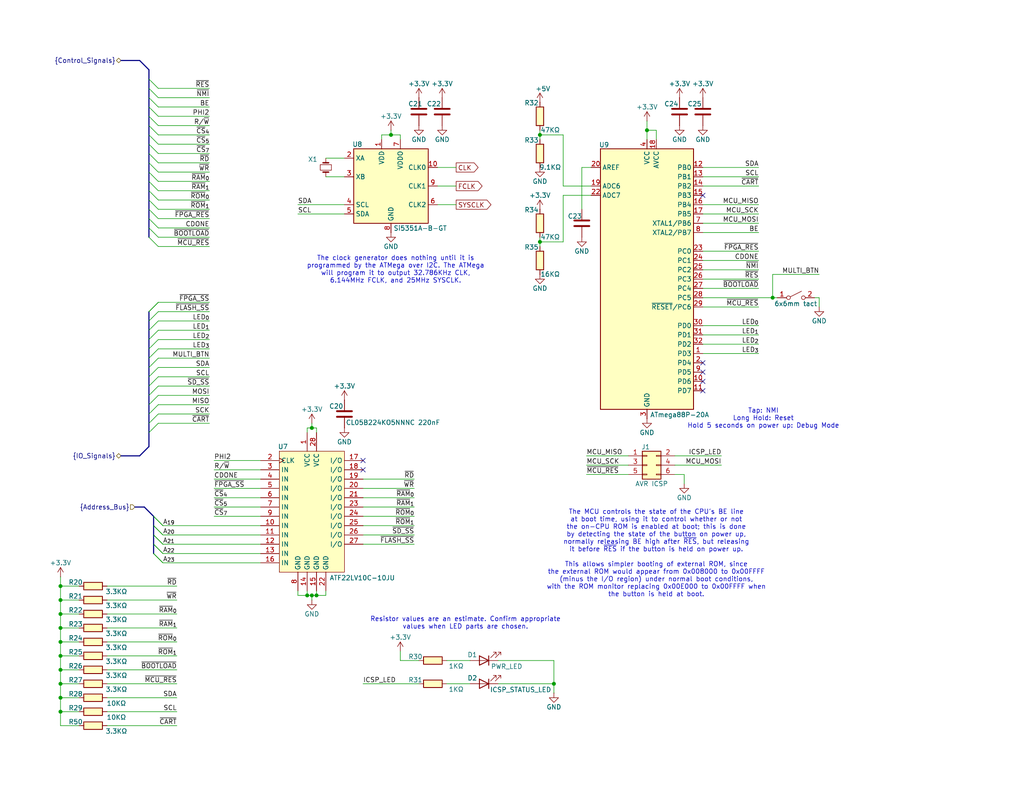
<source format=kicad_sch>
(kicad_sch (version 20231120) (generator "eeschema") (generator_version "8.0")
  (paper "USLetter")
  (lib_symbols
    (symbol "Connector_Generic:Conn_02x03_Odd_Even" (pin_names (offset 1.016) hide)
      (property "Reference" "J" (at 1.27 5.08 0))
      (property "Value" "Conn_02x03_Odd_Even" (at 1.27 -5.08 0))
      (symbol "Conn_02x03_Odd_Even_1_1"
        (rectangle (start -1.27 -2.413) (end 0 -2.667) (stroke (width 0.1524)))
        (rectangle (start -1.27 0.127) (end 0 -0.127) (stroke (width 0.1524)))
        (rectangle (start -1.27 2.667) (end 0 2.413) (stroke (width 0.1524)))
        (rectangle (start -1.27 3.81) (end 3.81 -3.81) (stroke (width 0.254)) (fill (type background)))
        (rectangle (start 3.81 -2.413) (end 2.54 -2.667) (stroke (width 0.1524)))
        (rectangle (start 3.81 0.127) (end 2.54 -0.127) (stroke (width 0.1524)))
        (rectangle (start 3.81 2.667) (end 2.54 2.413) (stroke (width 0.1524)))
        (pin passive line (at -5.08 2.54 0) (length 3.81) (name "Pin_1") (number "1"))
        (pin passive line (at 7.62 2.54 180) (length 3.81) (name "Pin_2") (number "2"))
        (pin passive line (at -5.08 0 0) (length 3.81) (name "Pin_3") (number "3"))
        (pin passive line (at 7.62 0 180) (length 3.81) (name "Pin_4") (number "4"))
        (pin passive line (at -5.08 -2.54 0) (length 3.81) (name "Pin_5") (number "5"))
        (pin passive line (at 7.62 -2.54 180) (length 3.81) (name "Pin_6") (number "6"))
      )
    )
    (symbol "Device:C" (pin_numbers hide) (pin_names (offset 0.254))
      (property "Reference" "C" (at 0.635 2.54 0))
      (property "Value" "C" (at 0.635 -2.54 0))
      (symbol "C_0_1"
        (polyline (pts (xy -2.032 -0.762) (xy 2.032 -0.762)) (stroke (width 0.508)))
        (polyline (pts (xy -2.032 0.762) (xy 2.032 0.762)) (stroke (width 0.508)))
      )
      (symbol "C_1_1"
        (pin passive line (at 0 3.81 270) (length 2.794) (name "~") (number "1"))
        (pin passive line (at 0 -3.81 90) (length 2.794) (name "~") (number "2"))
      )
    )
    (symbol "Device:Crystal_Small" (pin_numbers hide) (pin_names (offset 1.016) hide)
      (property "Reference" "Y" (at 0 2.54 0))
      (property "Value" "Crystal_Small" (at 0 -2.54 0))
      (symbol "Crystal_Small_0_1"
        (rectangle (start -0.762 -1.524) (end 0.762 1.524))
        (polyline (pts (xy -1.27 -0.762) (xy -1.27 0.762)) (stroke (width 0.381)))
        (polyline (pts (xy 1.27 -0.762) (xy 1.27 0.762)) (stroke (width 0.381)))
      )
      (symbol "Crystal_Small_1_1"
        (pin passive line (at -2.54 0 0) (length 1.27) (name "1") (number "1"))
        (pin passive line (at 2.54 0 180) (length 1.27) (name "2") (number "2"))
      )
    )
    (symbol "Device:LED" (pin_numbers hide) (pin_names (offset 1.016) hide)
      (property "Reference" "D" (at 0 2.54 0))
      (property "Value" "LED" (at 0 -2.54 0))
      (symbol "LED_0_1"
        (polyline (pts (xy -1.27 -1.27) (xy -1.27 1.27)) (stroke (width 0.254)))
        (polyline (pts (xy -1.27 0) (xy 1.27 0)))
        (polyline (pts (xy 1.27 -1.27) (xy 1.27 1.27) (xy -1.27 0) (xy 1.27 -1.27)) (stroke (width 0.254)))
        (polyline (pts (xy -3.048 -0.762) (xy -4.572 -2.286) (xy -3.81 -2.286) (xy -4.572 -2.286) (xy -4.572 -1.524)))
        (polyline (pts (xy -1.778 -0.762) (xy -3.302 -2.286) (xy -2.54 -2.286) (xy -3.302 -2.286) (xy -3.302 -1.524)))
      )
      (symbol "LED_1_1"
        (pin passive line (at -3.81 0 0) (length 2.54) (name "K") (number "1"))
        (pin passive line (at 3.81 0 180) (length 2.54) (name "A") (number "2"))
      )
    )
    (symbol "Device:R" (pin_numbers hide) (pin_names (offset 0))
      (property "Reference" "R" (at 2.032 0 90))
      (property "Value" "R" (at 0 0 90))
      (symbol "R_1_1"
        (rectangle (start -1.016 2.54) (end 1.016 -2.54) (stroke (width 0.254)) (fill (type background)))
        (pin passive line (at 0 3.81 270) (length 1.27) (name "~") (number "1"))
        (pin passive line (at 0 -3.81 90) (length 1.27) (name "~") (number "2"))
      )
    )
    (symbol "MCU_Microchip_ATmega:ATmega88P-20A"
      (property "Reference" "U" (at -12.7 36.83 0))
      (property "Value" "ATmega88P-20A" (at 2.54 -36.83 0))
      (symbol "ATmega88P-20A_0_1"
        (rectangle (start -12.7 -35.56) (end 12.7 35.56) (stroke (width 0.254)) (fill (type background)))
      )
      (symbol "ATmega88P-20A_1_1"
        (pin bidirectional line (at 15.24 -20.32 180) (length 2.54) (name "PD3") (number "1"))
        (pin bidirectional line (at 15.24 -27.94 180) (length 2.54) (name "PD6") (number "10"))
        (pin bidirectional line (at 15.24 -30.48 180) (length 2.54) (name "PD7") (number "11"))
        (pin bidirectional line (at 15.24 30.48 180) (length 2.54) (name "PB0") (number "12"))
        (pin bidirectional line (at 15.24 27.94 180) (length 2.54) (name "PB1") (number "13"))
        (pin bidirectional line (at 15.24 25.4 180) (length 2.54) (name "PB2") (number "14"))
        (pin bidirectional line (at 15.24 22.86 180) (length 2.54) (name "PB3") (number "15"))
        (pin bidirectional line (at 15.24 20.32 180) (length 2.54) (name "PB4") (number "16"))
        (pin bidirectional line (at 15.24 17.78 180) (length 2.54) (name "PB5") (number "17"))
        (pin power_in line (at 2.54 38.1 270) (length 2.54) (name "AVCC") (number "18"))
        (pin input line (at -15.24 25.4 0) (length 2.54) (name "ADC6") (number "19"))
        (pin bidirectional line (at 15.24 -22.86 180) (length 2.54) (name "PD4") (number "2"))
        (pin passive line (at -15.24 30.48 0) (length 2.54) (name "AREF") (number "20"))
        (pin passive line (at 0 -38.1 90) (length 2.54) hide (name "GND") (number "21"))
        (pin input line (at -15.24 22.86 0) (length 2.54) (name "ADC7") (number "22"))
        (pin bidirectional line (at 15.24 7.62 180) (length 2.54) (name "PC0") (number "23"))
        (pin bidirectional line (at 15.24 5.08 180) (length 2.54) (name "PC1") (number "24"))
        (pin bidirectional line (at 15.24 2.54 180) (length 2.54) (name "PC2") (number "25"))
        (pin bidirectional line (at 15.24 0 180) (length 2.54) (name "PC3") (number "26"))
        (pin bidirectional line (at 15.24 -2.54 180) (length 2.54) (name "PC4") (number "27"))
        (pin bidirectional line (at 15.24 -5.08 180) (length 2.54) (name "PC5") (number "28"))
        (pin bidirectional line (at 15.24 -7.62 180) (length 2.54) (name "~{RESET}/PC6") (number "29"))
        (pin power_in line (at 0 -38.1 90) (length 2.54) (name "GND") (number "3"))
        (pin bidirectional line (at 15.24 -12.7 180) (length 2.54) (name "PD0") (number "30"))
        (pin bidirectional line (at 15.24 -15.24 180) (length 2.54) (name "PD1") (number "31"))
        (pin bidirectional line (at 15.24 -17.78 180) (length 2.54) (name "PD2") (number "32"))
        (pin power_in line (at 0 38.1 270) (length 2.54) (name "VCC") (number "4"))
        (pin passive line (at 0 -38.1 90) (length 2.54) hide (name "GND") (number "5"))
        (pin passive line (at 0 38.1 270) (length 2.54) hide (name "VCC") (number "6"))
        (pin bidirectional line (at 15.24 15.24 180) (length 2.54) (name "XTAL1/PB6") (number "7"))
        (pin bidirectional line (at 15.24 12.7 180) (length 2.54) (name "XTAL2/PB7") (number "8"))
        (pin bidirectional line (at 15.24 -25.4 180) (length 2.54) (name "PD5") (number "9"))
      )
    )
    (symbol "Oscillator:Si5351A-B-GT"
      (property "Reference" "U" (at -8.89 11.43 0))
      (property "Value" "Si5351A-B-GT" (at -12.7 -12.7 0))
      (symbol "Si5351A-B-GT_0_1"
        (rectangle (start -10.16 10.16) (end 10.16 -10.16) (stroke (width 0.254)) (fill (type background)))
      )
      (symbol "Si5351A-B-GT_1_1"
        (pin power_in line (at -2.54 12.7 270) (length 2.54) (name "VDD") (number "1"))
        (pin output line (at 12.7 5.08 180) (length 2.54) (name "CLK0") (number "10"))
        (pin input line (at -12.7 7.62 0) (length 2.54) (name "XA") (number "2"))
        (pin input line (at -12.7 2.54 0) (length 2.54) (name "XB") (number "3"))
        (pin input line (at -12.7 -5.08 0) (length 2.54) (name "SCL") (number "4"))
        (pin bidirectional line (at -12.7 -7.62 0) (length 2.54) (name "SDA") (number "5"))
        (pin output line (at 12.7 -5.08 180) (length 2.54) (name "CLK2") (number "6"))
        (pin power_in line (at 2.54 12.7 270) (length 2.54) (name "VDDO") (number "7"))
        (pin power_in line (at 0 -12.7 90) (length 2.54) (name "GND") (number "8"))
        (pin output line (at 12.7 0 180) (length 2.54) (name "CLK1") (number "9"))
      )
    )
    (symbol "Sentinel 65X - Prototype 4 V2:ATF22LV10C-10JU"
      (property "Reference" "U" (at 0.557 0.7994 0))
      (property "Value" "ATF22LV10C-10JU" (at 10.16 7.62 0))
      (symbol "ATF22LV10C-10JU_1_1"
        (rectangle (start 0 0) (end 17.78 -33.02) (fill (type background)))
        (pin power_in line (at 7.62 5.08 270) (length 5.08) (name "VCC") (number "1"))
        (pin input line (at -5.08 -20.32 0) (length 5.08) (name "IN") (number "10"))
        (pin input line (at -5.08 -22.86 0) (length 5.08) (name "IN") (number "11"))
        (pin input line (at -5.08 -25.4 0) (length 5.08) (name "IN") (number "12"))
        (pin input line (at -5.08 -27.94 0) (length 5.08) (name "IN") (number "13"))
        (pin power_in line (at 7.62 -38.1 90) (length 5.08) (name "GND") (number "14"))
        (pin power_in line (at 10.16 -38.1 90) (length 5.08) (name "GND") (number "15"))
        (pin input line (at -5.08 -30.48 0) (length 5.08) (name "IN") (number "16"))
        (pin bidirectional line (at 22.86 -2.54 180) (length 5.08) (name "I/O") (number "17"))
        (pin bidirectional line (at 22.86 -5.08 180) (length 5.08) (name "I/O") (number "18"))
        (pin bidirectional line (at 22.86 -7.62 180) (length 5.08) (name "I/O") (number "19"))
        (pin input line (at -5.08 -2.54 0) (length 5.08) (name "IN") (number "2") (alternate "CLK" input clock))
        (pin bidirectional line (at 22.86 -10.16 180) (length 5.08) (name "I/O") (number "20"))
        (pin bidirectional line (at 22.86 -12.7 180) (length 5.08) (name "I/O") (number "21"))
        (pin power_in line (at 12.7 -38.1 90) (length 5.08) (name "GND") (number "22"))
        (pin bidirectional line (at 22.86 -15.24 180) (length 5.08) (name "I/O") (number "23"))
        (pin bidirectional line (at 22.86 -17.78 180) (length 5.08) (name "I/O") (number "24"))
        (pin bidirectional line (at 22.86 -20.32 180) (length 5.08) (name "I/O") (number "25"))
        (pin bidirectional line (at 22.86 -22.86 180) (length 5.08) (name "I/O") (number "26"))
        (pin bidirectional line (at 22.86 -25.4 180) (length 5.08) (name "I/O") (number "27"))
        (pin power_in line (at 10.16 5.08 270) (length 5.08) (name "VCC") (number "28"))
        (pin input line (at -5.08 -5.08 0) (length 5.08) (name "IN") (number "3"))
        (pin input line (at -5.08 -7.62 0) (length 5.08) (name "IN") (number "4"))
        (pin input line (at -5.08 -10.16 0) (length 5.08) (name "IN") (number "5"))
        (pin input line (at -5.08 -12.7 0) (length 5.08) (name "IN") (number "6"))
        (pin input line (at -5.08 -15.24 0) (length 5.08) (name "IN") (number "7"))
        (pin power_in line (at 5.08 -38.1 90) (length 5.08) (name "GND") (number "8"))
        (pin input line (at -5.08 -17.78 0) (length 5.08) (name "IN") (number "9"))
      )
    )
    (symbol "Switch:SW_SPST" (pin_names (offset 0) hide)
      (property "Reference" "SW" (at 0 3.175 0))
      (property "Value" "SW_SPST" (at 0 -2.54 0))
      (symbol "SW_SPST_0_0"
        (circle (center -2.032 0) (radius 0.508))
        (polyline (pts (xy -1.524 0.254) (xy 1.524 1.778)))
        (circle (center 2.032 0) (radius 0.508))
      )
      (symbol "SW_SPST_1_1"
        (pin passive line (at -5.08 0 0) (length 2.54) (name "A") (number "1"))
        (pin passive line (at 5.08 0 180) (length 2.54) (name "B") (number "2"))
      )
    )
    (symbol "power:+3.3V" (power) (pin_numbers hide) (pin_names (offset 0) hide)
      (property "Value" "+3.3V" (at 0 3.556 0))
      (symbol "+3.3V_0_1"
        (polyline (pts (xy -0.762 1.27) (xy 0 2.54)))
        (polyline (pts (xy 0 0) (xy 0 2.54)))
        (polyline (pts (xy 0 2.54) (xy 0.762 1.27)))
      )
      (symbol "+3.3V_1_1"
        (pin power_in line (at 0 0 90) (length 0) (name "~") (number "1"))
      )
    )
    (symbol "power:+5V" (power) (pin_numbers hide) (pin_names (offset 0) hide)
      (property "Value" "+5V" (at 0 3.556 0))
      (symbol "+5V_0_1"
        (polyline (pts (xy -0.762 1.27) (xy 0 2.54)))
        (polyline (pts (xy 0 0) (xy 0 2.54)))
        (polyline (pts (xy 0 2.54) (xy 0.762 1.27)))
      )
      (symbol "+5V_1_1"
        (pin power_in line (at 0 0 90) (length 0) (name "~") (number "1"))
      )
    )
    (symbol "power:GND" (power) (pin_numbers hide) (pin_names (offset 0) hide)
      (property "Value" "GND" (at 0 -3.81 0))
      (symbol "GND_0_1"
        (polyline (pts (xy 0 0) (xy 0 -1.27) (xy 1.27 -1.27) (xy 0 -2.54) (xy -1.27 -1.27) (xy 0 -1.27)))
      )
      (symbol "GND_1_1"
        (pin power_in line (at 0 0 270) (length 0) (name "~") (number "1"))
      )
    )
  )
  (junction (at 85.09 162.56))
  (junction (at 16.51 194.31))
  (junction (at 16.51 175.26))
  (junction (at 147.32 66.04))
  (junction (at 83.82 162.56))
  (junction (at 147.32 36.83))
  (junction (at 151.13 186.69))
  (junction (at 106.68 36.83))
  (junction (at 176.53 35.56))
  (junction (at 210.82 81.28))
  (junction (at 16.51 186.69))
  (junction (at 16.51 163.83))
  (junction (at 16.51 190.5))
  (junction (at 16.51 167.64))
  (junction (at 16.51 179.07))
  (junction (at 16.51 171.45))
  (junction (at 16.51 160.02))
  (junction (at 85.09 116.84))
  (junction (at 86.36 162.56))
  (junction (at 16.51 182.88))
  (no_connect (at 99.06 125.73))
  (no_connect (at 191.77 104.14))
  (no_connect (at 191.77 106.68))
  (no_connect (at 191.77 53.34))
  (no_connect (at 99.06 128.27))
  (no_connect (at 191.77 101.6))
  (no_connect (at 191.77 99.06))
  (bus_entry (at 40.64 90.17) (size 2.54 -2.54))
  (bus_entry (at 40.64 57.15) (size 2.54 2.54))
  (bus_entry (at 40.64 39.37) (size 2.54 2.54))
  (bus_entry (at 40.64 115.57) (size 2.54 -2.54))
  (bus_entry (at 40.64 21.59) (size 2.54 2.54))
  (bus_entry (at 40.64 29.21) (size 2.54 2.54))
  (bus_entry (at 40.64 85.09) (size 2.54 -2.54))
  (bus_entry (at 40.64 31.75) (size 2.54 2.54))
  (bus_entry (at 40.64 52.07) (size 2.54 2.54))
  (bus_entry (at 40.64 59.69) (size 2.54 2.54))
  (bus_entry (at 40.64 24.13) (size 2.54 2.54))
  (bus_entry (at 40.64 64.77) (size 2.54 2.54))
  (bus_entry (at 41.91 143.51) (size 2.54 2.54))
  (bus_entry (at 44.45 148.59) (size -2.54 -2.54))
  (bus_entry (at 40.64 49.53) (size 2.54 2.54))
  (bus_entry (at 40.64 118.11) (size 2.54 -2.54))
  (bus_entry (at 40.64 105.41) (size 2.54 -2.54))
  (bus_entry (at 40.64 102.87) (size 2.54 -2.54))
  (bus_entry (at 40.64 34.29) (size 2.54 2.54))
  (bus_entry (at 44.45 146.05) (size -2.54 -2.54))
  (bus_entry (at 40.64 62.23) (size 2.54 2.54))
  (bus_entry (at 44.45 153.67) (size -2.54 -2.54))
  (bus_entry (at 44.45 151.13) (size -2.54 -2.54))
  (bus_entry (at 40.64 54.61) (size 2.54 2.54))
  (bus_entry (at 40.64 113.03) (size 2.54 -2.54))
  (bus_entry (at 41.91 151.13) (size 2.54 2.54))
  (bus_entry (at 40.64 97.79) (size 2.54 -2.54))
  (bus_entry (at 41.91 146.05) (size 2.54 2.54))
  (bus_entry (at 40.64 85.09) (size 2.54 -2.54))
  (bus_entry (at 44.45 143.51) (size -2.54 -2.54))
  (bus_entry (at 40.64 26.67) (size 2.54 2.54))
  (bus_entry (at 40.64 87.63) (size 2.54 -2.54))
  (bus_entry (at 40.64 41.91) (size 2.54 2.54))
  (bus_entry (at 40.64 100.33) (size 2.54 -2.54))
  (bus_entry (at 40.64 44.45) (size 2.54 2.54))
  (bus_entry (at 40.64 110.49) (size 2.54 -2.54))
  (bus_entry (at 40.64 107.95) (size 2.54 -2.54))
  (bus_entry (at 40.64 95.25) (size 2.54 -2.54))
  (bus_entry (at 40.64 46.99) (size 2.54 2.54))
  (bus_entry (at 41.91 140.97) (size 2.54 2.54))
  (bus_entry (at 40.64 36.83) (size 2.54 2.54))
  (bus_entry (at 41.91 148.59) (size 2.54 2.54))
  (bus_entry (at 40.64 92.71) (size 2.54 -2.54))
  (bus (pts (xy 40.64 24.13) (xy 40.64 26.67)))
  (wire (pts (xy 16.51 186.69) (xy 16.51 190.5)))
  (wire (pts (xy 104.14 36.83) (xy 106.68 36.83)))
  (wire (pts (xy 43.18 105.41) (xy 57.15 105.41)))
  (bus (pts (xy 40.64 46.99) (xy 40.64 49.53)))
  (wire (pts (xy 43.18 115.57) (xy 57.15 115.57)))
  (bus (pts (xy 40.64 31.75) (xy 40.64 34.29)))
  (wire (pts (xy 113.03 146.05) (xy 99.06 146.05)))
  (bus (pts (xy 41.91 140.97) (xy 41.91 143.51)))
  (wire (pts (xy 153.67 53.34) (xy 161.29 53.34)))
  (wire (pts (xy 43.18 62.23) (xy 57.15 62.23)))
  (bus (pts (xy 40.64 21.59) (xy 40.64 24.13)))
  (bus (pts (xy 40.64 49.53) (xy 40.64 52.07)))
  (wire (pts (xy 83.82 116.84) (xy 85.09 116.84)))
  (wire (pts (xy 16.51 190.5) (xy 16.51 194.31)))
  (wire (pts (xy 207.01 71.12) (xy 191.77 71.12)))
  (wire (pts (xy 176.53 35.56) (xy 176.53 38.1)))
  (wire (pts (xy 124.46 55.88) (xy 119.38 55.88)))
  (wire (pts (xy 58.42 138.43) (xy 71.12 138.43)))
  (wire (pts (xy 160.02 127) (xy 171.45 127)))
  (bus (pts (xy 40.64 29.21) (xy 40.64 31.75)))
  (wire (pts (xy 43.18 44.45) (xy 57.15 44.45)))
  (bus (pts (xy 40.64 107.95) (xy 40.64 110.49)))
  (wire (pts (xy 191.77 96.52) (xy 207.01 96.52)))
  (wire (pts (xy 43.18 39.37) (xy 57.15 39.37)))
  (wire (pts (xy 43.18 90.17) (xy 57.15 90.17)))
  (wire (pts (xy 43.18 102.87) (xy 57.15 102.87)))
  (wire (pts (xy 176.53 33.02) (xy 176.53 35.56)))
  (wire (pts (xy 16.51 163.83) (xy 16.51 167.64)))
  (bus (pts (xy 40.64 44.45) (xy 40.64 46.99)))
  (wire (pts (xy 222.25 81.28) (xy 223.52 81.28)))
  (wire (pts (xy 147.32 66.04) (xy 147.32 67.31)))
  (wire (pts (xy 48.26 182.88) (xy 29.21 182.88)))
  (bus (pts (xy 40.64 41.91) (xy 40.64 44.45)))
  (wire (pts (xy 147.32 36.83) (xy 147.32 38.1)))
  (wire (pts (xy 135.89 180.34) (xy 151.13 180.34)))
  (bus (pts (xy 33.02 16.51) (xy 38.1 16.51)))
  (wire (pts (xy 58.42 130.81) (xy 71.12 130.81)))
  (wire (pts (xy 58.42 128.27) (xy 71.12 128.27)))
  (wire (pts (xy 210.82 74.93) (xy 210.82 81.28)))
  (wire (pts (xy 58.42 140.97) (xy 71.12 140.97)))
  (wire (pts (xy 113.03 130.81) (xy 99.06 130.81)))
  (wire (pts (xy 153.67 50.8) (xy 161.29 50.8)))
  (bus (pts (xy 40.64 118.11) (xy 40.64 121.92)))
  (wire (pts (xy 207.01 73.66) (xy 191.77 73.66)))
  (wire (pts (xy 210.82 81.28) (xy 212.09 81.28)))
  (wire (pts (xy 210.82 74.93) (xy 223.52 74.93)))
  (wire (pts (xy 86.36 116.84) (xy 86.36 118.11)))
  (bus (pts (xy 40.64 87.63) (xy 40.64 90.17)))
  (wire (pts (xy 43.18 31.75) (xy 57.15 31.75)))
  (wire (pts (xy 179.07 35.56) (xy 179.07 38.1)))
  (wire (pts (xy 58.42 125.73) (xy 71.12 125.73)))
  (bus (pts (xy 40.64 34.29) (xy 40.64 36.83)))
  (bus (pts (xy 40.64 85.09) (xy 40.64 87.63)))
  (wire (pts (xy 43.18 85.09) (xy 57.15 85.09)))
  (bus (pts (xy 40.64 105.41) (xy 40.64 107.95)))
  (bus (pts (xy 40.64 26.67) (xy 40.64 29.21)))
  (wire (pts (xy 43.18 24.13) (xy 57.15 24.13)))
  (wire (pts (xy 191.77 55.88) (xy 207.01 55.88)))
  (wire (pts (xy 44.45 146.05) (xy 71.12 146.05)))
  (wire (pts (xy 48.26 160.02) (xy 29.21 160.02)))
  (wire (pts (xy 43.18 113.03) (xy 57.15 113.03)))
  (wire (pts (xy 43.18 54.61) (xy 57.15 54.61)))
  (wire (pts (xy 43.18 59.69) (xy 57.15 59.69)))
  (wire (pts (xy 16.51 171.45) (xy 16.51 175.26)))
  (wire (pts (xy 184.15 129.54) (xy 186.69 129.54)))
  (bus (pts (xy 40.64 110.49) (xy 40.64 113.03)))
  (wire (pts (xy 43.18 52.07) (xy 57.15 52.07)))
  (wire (pts (xy 81.28 162.56) (xy 83.82 162.56)))
  (wire (pts (xy 86.36 161.29) (xy 86.36 162.56)))
  (wire (pts (xy 113.03 138.43) (xy 99.06 138.43)))
  (wire (pts (xy 85.09 162.56) (xy 85.09 163.83)))
  (wire (pts (xy 43.18 82.55) (xy 57.15 82.55)))
  (wire (pts (xy 88.9 161.29) (xy 88.9 162.56)))
  (wire (pts (xy 58.42 135.89) (xy 71.12 135.89)))
  (wire (pts (xy 44.45 151.13) (xy 71.12 151.13)))
  (wire (pts (xy 43.18 95.25) (xy 57.15 95.25)))
  (wire (pts (xy 16.51 163.83) (xy 21.59 163.83)))
  (wire (pts (xy 113.03 143.51) (xy 99.06 143.51)))
  (wire (pts (xy 121.92 180.34) (xy 128.27 180.34)))
  (bus (pts (xy 38.1 124.46) (xy 40.64 121.92)))
  (bus (pts (xy 40.64 57.15) (xy 40.64 59.69)))
  (wire (pts (xy 43.18 97.79) (xy 57.15 97.79)))
  (wire (pts (xy 184.15 127) (xy 196.85 127)))
  (bus (pts (xy 40.64 113.03) (xy 40.64 115.57)))
  (wire (pts (xy 158.75 45.72) (xy 158.75 57.15)))
  (wire (pts (xy 16.51 179.07) (xy 16.51 182.88)))
  (wire (pts (xy 176.53 35.56) (xy 179.07 35.56)))
  (wire (pts (xy 43.18 110.49) (xy 57.15 110.49)))
  (wire (pts (xy 16.51 179.07) (xy 21.59 179.07)))
  (wire (pts (xy 207.01 83.82) (xy 191.77 83.82)))
  (bus (pts (xy 40.64 39.37) (xy 40.64 41.91)))
  (wire (pts (xy 109.22 180.34) (xy 114.3 180.34)))
  (wire (pts (xy 16.51 175.26) (xy 16.51 179.07)))
  (bus (pts (xy 41.91 148.59) (xy 41.91 151.13)))
  (wire (pts (xy 16.51 167.64) (xy 16.51 171.45)))
  (wire (pts (xy 48.26 186.69) (xy 29.21 186.69)))
  (bus (pts (xy 41.91 146.05) (xy 41.91 148.59)))
  (wire (pts (xy 191.77 93.98) (xy 207.01 93.98)))
  (wire (pts (xy 81.28 58.42) (xy 93.98 58.42)))
  (wire (pts (xy 83.82 162.56) (xy 85.09 162.56)))
  (wire (pts (xy 191.77 60.96) (xy 207.01 60.96)))
  (bus (pts (xy 36.83 138.43) (xy 39.37 138.43)))
  (wire (pts (xy 191.77 88.9) (xy 207.01 88.9)))
  (wire (pts (xy 81.28 161.29) (xy 81.28 162.56)))
  (wire (pts (xy 16.51 160.02) (xy 16.51 163.83)))
  (wire (pts (xy 86.36 162.56) (xy 88.9 162.56)))
  (wire (pts (xy 16.51 182.88) (xy 16.51 186.69)))
  (wire (pts (xy 16.51 186.69) (xy 21.59 186.69)))
  (wire (pts (xy 16.51 167.64) (xy 21.59 167.64)))
  (wire (pts (xy 16.51 190.5) (xy 21.59 190.5)))
  (wire (pts (xy 43.18 64.77) (xy 57.15 64.77)))
  (wire (pts (xy 113.03 148.59) (xy 99.06 148.59)))
  (wire (pts (xy 83.82 161.29) (xy 83.82 162.56)))
  (wire (pts (xy 48.26 171.45) (xy 29.21 171.45)))
  (wire (pts (xy 121.92 186.69) (xy 128.27 186.69)))
  (wire (pts (xy 48.26 163.83) (xy 29.21 163.83)))
  (wire (pts (xy 158.75 45.72) (xy 161.29 45.72)))
  (wire (pts (xy 85.09 116.84) (xy 86.36 116.84)))
  (wire (pts (xy 207.01 68.58) (xy 191.77 68.58)))
  (wire (pts (xy 48.26 198.12) (xy 29.21 198.12)))
  (wire (pts (xy 160.02 129.54) (xy 171.45 129.54)))
  (wire (pts (xy 88.9 48.26) (xy 93.98 48.26)))
  (wire (pts (xy 153.67 36.83) (xy 153.67 50.8)))
  (wire (pts (xy 186.69 129.54) (xy 186.69 132.08)))
  (wire (pts (xy 48.26 179.07) (xy 29.21 179.07)))
  (bus (pts (xy 40.64 100.33) (xy 40.64 102.87)))
  (bus (pts (xy 40.64 90.17) (xy 40.64 92.71)))
  (wire (pts (xy 85.09 115.57) (xy 85.09 116.84)))
  (wire (pts (xy 88.9 43.18) (xy 93.98 43.18)))
  (bus (pts (xy 40.64 62.23) (xy 40.64 64.77)))
  (bus (pts (xy 40.64 97.79) (xy 40.64 100.33)))
  (wire (pts (xy 147.32 35.56) (xy 147.32 36.83)))
  (wire (pts (xy 160.02 124.46) (xy 171.45 124.46)))
  (wire (pts (xy 16.51 175.26) (xy 21.59 175.26)))
  (wire (pts (xy 43.18 26.67) (xy 57.15 26.67)))
  (wire (pts (xy 43.18 46.99) (xy 57.15 46.99)))
  (wire (pts (xy 191.77 91.44) (xy 207.01 91.44)))
  (wire (pts (xy 48.26 175.26) (xy 29.21 175.26)))
  (wire (pts (xy 113.03 133.35) (xy 99.06 133.35)))
  (wire (pts (xy 135.89 186.69) (xy 151.13 186.69)))
  (wire (pts (xy 207.01 63.5) (xy 191.77 63.5)))
  (bus (pts (xy 40.64 54.61) (xy 40.64 57.15)))
  (wire (pts (xy 113.03 140.97) (xy 99.06 140.97)))
  (wire (pts (xy 153.67 53.34) (xy 153.67 66.04)))
  (wire (pts (xy 207.01 48.26) (xy 191.77 48.26)))
  (wire (pts (xy 147.32 64.77) (xy 147.32 66.04)))
  (bus (pts (xy 40.64 102.87) (xy 40.64 105.41)))
  (wire (pts (xy 43.18 49.53) (xy 57.15 49.53)))
  (wire (pts (xy 147.32 66.04) (xy 153.67 66.04)))
  (wire (pts (xy 16.51 157.48) (xy 16.51 160.02)))
  (bus (pts (xy 40.64 59.69) (xy 40.64 62.23)))
  (wire (pts (xy 43.18 87.63) (xy 57.15 87.63)))
  (wire (pts (xy 104.14 36.83) (xy 104.14 38.1)))
  (wire (pts (xy 43.18 29.21) (xy 57.15 29.21)))
  (wire (pts (xy 151.13 186.69) (xy 151.13 189.23)))
  (wire (pts (xy 81.28 55.88) (xy 93.98 55.88)))
  (wire (pts (xy 124.46 45.72) (xy 119.38 45.72)))
  (wire (pts (xy 44.45 148.59) (xy 71.12 148.59)))
  (wire (pts (xy 16.51 182.88) (xy 21.59 182.88)))
  (wire (pts (xy 16.51 198.12) (xy 21.59 198.12)))
  (bus (pts (xy 40.64 95.25) (xy 40.64 97.79)))
  (wire (pts (xy 207.01 76.2) (xy 191.77 76.2)))
  (wire (pts (xy 48.26 190.5) (xy 29.21 190.5)))
  (wire (pts (xy 16.51 194.31) (xy 16.51 198.12)))
  (bus (pts (xy 40.64 52.07) (xy 40.64 54.61)))
  (wire (pts (xy 207.01 58.42) (xy 191.77 58.42)))
  (bus (pts (xy 39.37 138.43) (xy 41.91 140.97)))
  (wire (pts (xy 44.45 143.51) (xy 71.12 143.51)))
  (bus (pts (xy 40.64 115.57) (xy 40.64 118.11)))
  (wire (pts (xy 16.51 194.31) (xy 21.59 194.31)))
  (wire (pts (xy 58.42 133.35) (xy 71.12 133.35)))
  (wire (pts (xy 191.77 81.28) (xy 210.82 81.28)))
  (wire (pts (xy 16.51 171.45) (xy 21.59 171.45)))
  (wire (pts (xy 109.22 36.83) (xy 109.22 38.1)))
  (bus (pts (xy 40.64 36.83) (xy 40.64 39.37)))
  (wire (pts (xy 43.18 41.91) (xy 57.15 41.91)))
  (wire (pts (xy 44.45 153.67) (xy 71.12 153.67)))
  (wire (pts (xy 124.46 50.8) (xy 119.38 50.8)))
  (bus (pts (xy 40.64 19.05) (xy 40.64 21.59)))
  (wire (pts (xy 85.09 162.56) (xy 86.36 162.56)))
  (wire (pts (xy 147.32 36.83) (xy 153.67 36.83)))
  (wire (pts (xy 43.18 34.29) (xy 57.15 34.29)))
  (bus (pts (xy 38.1 16.51) (xy 40.64 19.05)))
  (wire (pts (xy 48.26 194.31) (xy 29.21 194.31)))
  (wire (pts (xy 106.68 35.56) (xy 106.68 36.83)))
  (wire (pts (xy 16.51 160.02) (xy 21.59 160.02)))
  (bus (pts (xy 40.64 92.71) (xy 40.64 95.25)))
  (wire (pts (xy 151.13 180.34) (xy 151.13 186.69)))
  (wire (pts (xy 99.06 186.69) (xy 114.3 186.69)))
  (wire (pts (xy 43.18 107.95) (xy 57.15 107.95)))
  (wire (pts (xy 109.22 177.8) (xy 109.22 180.34)))
  (bus (pts (xy 33.02 124.46) (xy 38.1 124.46)))
  (wire (pts (xy 43.18 36.83) (xy 57.15 36.83)))
  (wire (pts (xy 207.01 45.72) (xy 191.77 45.72)))
  (wire (pts (xy 106.68 36.83) (xy 109.22 36.83)))
  (wire (pts (xy 207.01 78.74) (xy 191.77 78.74)))
  (wire (pts (xy 113.03 135.89) (xy 99.06 135.89)))
  (bus (pts (xy 41.91 143.51) (xy 41.91 146.05)))
  (wire (pts (xy 48.26 167.64) (xy 29.21 167.64)))
  (wire (pts (xy 184.15 124.46) (xy 196.85 124.46)))
  (wire (pts (xy 43.18 67.31) (xy 57.15 67.31)))
  (wire (pts (xy 43.18 57.15) (xy 57.15 57.15)))
  (wire (pts (xy 207.01 50.8) (xy 191.77 50.8)))
  (wire (pts (xy 223.52 81.28) (xy 223.52 83.82)))
  (wire (pts (xy 83.82 116.84) (xy 83.82 118.11)))
  (wire (pts (xy 43.18 92.71) (xy 57.15 92.71)))
  (wire (pts (xy 43.18 100.33) (xy 57.15 100.33)))
  (text "Tap: NMI\nLong Hold: Reset\nHold 5 seconds on power up: Debug Mode" (at 208.28 114.3 0) (effects (font (size 1.27 1.27))))
  (text "The MCU controls the state of the CPU's BE line\nat boot time, using it to control whether or not\nthe on-CPU ROM is enabled at boot; this is done\nby detecting the state of the button on power up,\nnormally releasing BE high after ~{RES}, but releasing\nit before ~{RES} if the button is held on power up.\n\nThis allows simpler booting of external ROM, since\nthe external ROM would appear from 0x008000 to 0x00FFFF\n(minus the I/O region) under normal boot conditions,\nwith the ROM monitor replacing 0x00E000 to 0x00FFFF when\nthe button is held at boot." (at 179.07 151.13 0) (effects (font (size 1.27 1.27))))
  (text "The clock generator does nothing until it is\nprogrammed by the ATMega over I2C. The ATMega\nwill program it to output 32.786KHz CLK,\n6.144MHz FCLK, and 25MHz SYSCLK." (at 107.95 73.66 0) (effects (font (size 1.27 1.27))))
  (text "Resistor values are an estimate. Confirm appropriate\nvalues when LED parts are chosen." (at 127 170.18 0) (effects (font (size 1.27 1.27))))
  (label "~{WR}" (at 57.15 46.99 180))
  (label "LED_{1}" (at 207.01 91.44 180))
  (label "~{FPGA_SS}" (at 57.15 82.55 180))
  (label "LED_{1}" (at 57.15 90.17 180))
  (label "~{FPGA_SS}" (at 58.42 133.35 0))
  (label "SDA" (at 48.26 190.5 180))
  (label "MCU_SCK" (at 160.02 127 0))
  (label "~{BOOTLOAD}" (at 57.15 64.77 180))
  (label "ICSP_LED" (at 99.06 186.69 0))
  (label "~{CS}_{4}" (at 57.15 36.83 180))
  (label "LED_{3}" (at 207.01 96.52 180))
  (label "~{RAM}_{0}" (at 48.26 167.64 180))
  (label "~{SD_SS}" (at 113.03 146.05 180))
  (label "~{WR}" (at 113.03 133.35 180))
  (label "MISO" (at 57.15 110.49 180))
  (label "~{CS}_{5}" (at 58.42 138.43 0))
  (label "LED_{2}" (at 207.01 93.98 180))
  (label "A_{20}" (at 44.45 146.05 0))
  (label "~{ROM}_{1}" (at 48.26 179.07 180))
  (label "~{BOOTLOAD}" (at 48.26 182.88 180))
  (label "~{ROM}_{0}" (at 57.15 54.61 180))
  (label "MOSI" (at 57.15 107.95 180))
  (label "~{MCU_RES}" (at 48.26 186.69 180))
  (label "~{ROM}_{0}" (at 48.26 175.26 180))
  (label "~{FLASH_SS}" (at 113.03 148.59 180))
  (label "~{FLASH_SS}" (at 57.15 85.09 180))
  (label "SCL" (at 57.15 102.87 180))
  (label "~{CS}_{7}" (at 58.42 140.97 0))
  (label "SDA" (at 207.01 45.72 180))
  (label "~{FPGA_RES}" (at 57.15 59.69 180))
  (label "~{CART}" (at 48.26 198.12 180))
  (label "MCU_MOSI" (at 196.85 127 180))
  (label "SDA" (at 57.15 100.33 180))
  (label "~{CART}" (at 207.01 50.8 180))
  (label "MCU_MOSI" (at 207.01 60.96 180))
  (label "R{slash}~{W}" (at 58.42 128.27 0))
  (label "MCU_MISO" (at 207.01 55.88 180))
  (label "SCL" (at 207.01 48.26 180))
  (label "A_{22}" (at 44.45 151.13 0))
  (label "PHI2" (at 57.15 31.75 180))
  (label "~{WR}" (at 48.26 163.83 180))
  (label "SDA" (at 81.28 55.88 0))
  (label "~{ROM}_{1}" (at 113.03 143.51 180))
  (label "~{RAM}_{1}" (at 113.03 138.43 180))
  (label "~{RES}" (at 207.01 76.2 180))
  (label "~{RD}" (at 113.03 130.81 180))
  (label "~{MCU_RES}" (at 57.15 67.31 180))
  (label "~{RD}" (at 48.26 160.02 180))
  (label "CDONE" (at 207.01 71.12 180))
  (label "A_{23}" (at 44.45 153.67 0))
  (label "~{NMI}" (at 207.01 73.66 180))
  (label "LED_{0}" (at 57.15 87.63 180))
  (label "BE" (at 207.01 63.5 180))
  (label "~{CS}_{4}" (at 58.42 135.89 0))
  (label "A_{21}" (at 44.45 148.59 0))
  (label "PHI2" (at 58.42 125.73 0))
  (label "~{RES}" (at 57.15 24.13 180))
  (label "~{CART}" (at 57.15 115.57 180))
  (label "A_{19}" (at 44.45 143.51 0))
  (label "CDONE" (at 57.15 62.23 180))
  (label "~{NMI}" (at 57.15 26.67 180))
  (label "SCL" (at 81.28 58.42 0))
  (label "~{RAM}_{1}" (at 57.15 52.07 180))
  (label "SCK" (at 57.15 113.03 180))
  (label "~{CS}_{5}" (at 57.15 39.37 180))
  (label "~{RD}" (at 57.15 44.45 180))
  (label "CDONE" (at 58.42 130.81 0))
  (label "~{BOOTLOAD}" (at 207.01 78.74 180))
  (label "~{RAM}_{1}" (at 48.26 171.45 180))
  (label "LED_{2}" (at 57.15 92.71 180))
  (label "~{SD_SS}" (at 57.15 105.41 180))
  (label "LED_{3}" (at 57.15 95.25 180))
  (label "R{slash}~{W}" (at 57.15 34.29 180))
  (label "MULTI_BTN" (at 57.15 97.79 180))
  (label "SCL" (at 48.26 194.31 180))
  (label "MCU_MISO" (at 160.02 124.46 0))
  (label "~{ROM}_{1}" (at 57.15 57.15 180))
  (label "~{RAM}_{0}" (at 113.03 135.89 180))
  (label "~{FPGA_RES}" (at 207.01 68.58 180))
  (label "MCU_SCK" (at 207.01 58.42 180))
  (label "MULTI_BTN" (at 223.52 74.93 180))
  (label "~{CS}_{7}" (at 57.15 41.91 180))
  (label "LED_{0}" (at 207.01 88.9 180))
  (label "~{RAM}_{0}" (at 57.15 49.53 180))
  (label "~{ROM}_{0}" (at 113.03 140.97 180))
  (label "BE" (at 57.15 29.21 180))
  (label "~{MCU_RES}" (at 160.02 129.54 0))
  (label "ICSP_LED" (at 196.85 124.46 180))
  (label "~{MCU_RES}" (at 207.01 83.82 180))
  (global_label "FCLK" (shape output) (at 124.46 50.8 0) (property "Intersheetrefs" "${INTERSHEET_REFS}" (effects (hide yes))))
  (global_label "CLK" (shape output) (at 124.46 45.72 0) (property "Intersheetrefs" "${INTERSHEET_REFS}" (effects (hide yes))))
  (global_label "SYSCLK" (shape output) (at 124.46 55.88 0) (property "Intersheetrefs" "${INTERSHEET_REFS}" (effects (hide yes))))
  (hierarchical_label "{IO_Signals}" (shape bidirectional) (at 33.02 124.46 180))
  (hierarchical_label "{Control_Signals}" (shape bidirectional) (at 33.02 16.51 180))
  (hierarchical_label "{Address_Bus}" (shape input) (at 36.83 138.43 180))
  (symbol (lib_id "power:+3.3V") (at 93.98 109.22 0) (unit 1)
    (property "Reference" "#PWR057" (effects (hide yes)))
    (property "Value" "+3.3V" (at 93.98 105.41 0))
    (property "Description" "Power symbol creates a global label with name \"+3.3V\"" (effects (hide yes)))
  )
  (symbol (lib_id "power:GND") (at 176.53 114.3 0) (unit 1)
    (property "Reference" "#PWR073" (effects (hide yes)))
    (property "Value" "GND" (at 176.53 118.11 0))
    (property "Description" "Power symbol creates a global label with name \"GND\" , ground" (effects (hide yes)))
  )
  (symbol (lib_id "Device:R") (at 25.4 175.26 90) (unit 1)
    (property "Reference" "R24" (at 20.6444 174.2182 90))
    (property "Value" "3.3KΩ" (at 31.7631 176.7861 90))
    (property "Footprint" "Resistor_SMD:R_0402_1005Metric" (effects (hide yes)))
    (property "Description" "Resistor" (effects (hide yes)))
  )
  (symbol (lib_id "Device:R") (at 25.4 182.88 90) (unit 1)
    (property "Reference" "R26" (at 20.6444 181.8382 90))
    (property "Value" "3.3KΩ" (at 31.7631 184.4061 90))
    (property "Footprint" "Resistor_SMD:R_0402_1005Metric" (effects (hide yes)))
    (property "Description" "Resistor" (effects (hide yes)))
  )
  (symbol (lib_id "Device:C") (at 120.65 30.48 0) (unit 1)
    (property "Reference" "C22" (at 116.454 28.3648 0) (effects (justify left)))
    (property "Value" "CL05A106MQ5NUNC" (effects (hide yes)))
    (property "Footprint" "Capacitor_SMD:C_0402_1005Metric" (effects (hide yes)))
    (property "Description" "Unpolarized capacitor" (effects (hide yes)))
  )
  (symbol (lib_id "Device:R") (at 147.32 60.96 0) (unit 1)
    (property "Reference" "R34" (at 145.0265 57.3184 0))
    (property "Value" "47KΩ" (at 150.1309 64.7126 0))
    (property "Footprint" "Resistor_SMD:R_0402_1005Metric" (effects (hide yes)))
    (property "Description" "Resistor" (effects (hide yes)))
  )
  (symbol (lib_id "Device:C") (at 191.77 30.48 0) (unit 1)
    (property "Reference" "C25" (at 187.574 28.3648 0) (effects (justify left)))
    (property "Value" "CL05A106MQ5NUNC" (effects (hide yes)))
    (property "Footprint" "Capacitor_SMD:C_0402_1005Metric" (effects (hide yes)))
    (property "Description" "Unpolarized capacitor" (effects (hide yes)))
  )
  (symbol (lib_id "Device:R") (at 25.4 167.64 90) (unit 1)
    (property "Reference" "R22" (at 20.6444 166.5982 90))
    (property "Value" "3.3KΩ" (at 31.7631 169.1661 90))
    (property "Footprint" "Resistor_SMD:R_0402_1005Metric" (effects (hide yes)))
    (property "Description" "Resistor" (effects (hide yes)))
  )
  (symbol (lib_id "power:GND") (at 186.69 132.08 0) (unit 1)
    (property "Reference" "#PWR076" (effects (hide yes)))
    (property "Value" "GND" (at 186.69 135.89 0))
    (property "Description" "Power symbol creates a global label with name \"GND\" , ground" (effects (hide yes)))
  )
  (symbol (lib_id "power:+5V") (at 147.32 27.94 0) (unit 1)
    (property "Reference" "#PWR066" (effects (hide yes)))
    (property "Value" "+5V" (at 148.1444 24.2328 0))
    (property "Description" "Power symbol creates a global label with name \"+5V\"" (effects (hide yes)))
  )
  (symbol (lib_id "power:GND") (at 223.52 83.82 0) (unit 1)
    (property "Reference" "#PWR079" (effects (hide yes)))
    (property "Value" "GND" (at 223.52 87.63 0))
    (property "Description" "Power symbol creates a global label with name \"GND\" , ground" (effects (hide yes)))
  )
  (symbol (lib_id "power:GND") (at 85.09 163.83 0) (unit 1)
    (property "Reference" "#PWR056" (effects (hide yes)))
    (property "Value" "GND" (at 85.09 167.64 0))
    (property "Description" "Power symbol creates a global label with name \"GND\" , ground" (effects (hide yes)))
  )
  (symbol (lib_id "power:+3.3V") (at 191.77 26.67 0) (unit 1)
    (property "Reference" "#PWR077" (effects (hide yes)))
    (property "Value" "+3.3V" (at 191.77 22.86 0))
    (property "Description" "Power symbol creates a global label with name \"+3.3V\"" (effects (hide yes)))
  )
  (symbol (lib_id "Device:C") (at 185.42 30.48 0) (unit 1)
    (property "Reference" "C24" (at 181.224 28.3648 0) (effects (justify left)))
    (property "Value" "CL05A106MQ5NUNC" (effects (hide yes)))
    (property "Footprint" "Capacitor_SMD:C_0402_1005Metric" (effects (hide yes)))
    (property "Description" "Unpolarized capacitor" (effects (hide yes)))
  )
  (symbol (lib_id "power:+3.3V") (at 176.53 33.02 0) (unit 1)
    (property "Reference" "#PWR072" (effects (hide yes)))
    (property "Value" "+3.3V" (at 176.53 29.21 0))
    (property "Description" "Power symbol creates a global label with name \"+3.3V\"" (effects (hide yes)))
  )
  (symbol (lib_id "power:GND") (at 93.98 116.84 0) (unit 1)
    (property "Reference" "#PWR058" (effects (hide yes)))
    (property "Value" "GND" (at 93.98 120.65 0))
    (property "Description" "Power symbol creates a global label with name \"GND\" , ground" (effects (hide yes)))
  )
  (symbol (lib_id "power:GND") (at 158.75 64.77 0) (unit 1)
    (property "Reference" "#PWR071" (effects (hide yes)))
    (property "Value" "GND" (at 158.75 68.58 0))
    (property "Description" "Power symbol creates a global label with name \"GND\" , ground" (effects (hide yes)))
  )
  (symbol (lib_id "Device:LED") (at 132.08 180.34 180) (unit 1)
    (property "Reference" "D1" (at 128.8756 178.7676 0))
    (property "Value" "PWR_LED" (at 138.2523 181.9577 0))
    (property "Footprint" "LED_THT:LED_D3.0mm" (effects (hide yes)))
    (property "Description" "Light emitting diode" (effects (hide yes)))
  )
  (symbol (lib_id "Device:R") (at 25.4 198.12 90) (unit 1)
    (property "Reference" "R50" (at 20.6444 197.0782 90))
    (property "Value" "3.3KΩ" (at 31.7631 199.6461 90))
    (property "Footprint" "Resistor_SMD:R_0402_1005Metric" (effects (hide yes)))
    (property "Description" "Resistor" (effects (hide yes)))
  )
  (symbol (lib_id "Switch:SW_SPST") (at 217.17 81.28 0) (unit 1)
    (property "Reference" "SW1" (effects (hide yes)))
    (property "Value" "6x6mm tact" (at 217.1241 82.9057 0))
    (property "Footprint" "Button_Switch_SMD:SW_Push_1P1T_NO_6x6mm_H9.5mm" (effects (hide yes)))
    (property "Description" "Single Pole Single Throw (SPST) switch" (effects (hide yes)))
  )
  (symbol (lib_id "Device:R") (at 25.4 171.45 90) (unit 1)
    (property "Reference" "R23" (at 20.6444 170.4082 90))
    (property "Value" "3.3KΩ" (at 31.7631 172.9761 90))
    (property "Footprint" "Resistor_SMD:R_0402_1005Metric" (effects (hide yes)))
    (property "Description" "Resistor" (effects (hide yes)))
  )
  (symbol (lib_id "Device:R") (at 147.32 41.91 0) (unit 1)
    (property "Reference" "R33" (at 145.0265 38.2684 0))
    (property "Value" "9.1KΩ" (at 150.1309 45.6626 0))
    (property "Footprint" "Resistor_SMD:R_0402_1005Metric" (effects (hide yes)))
    (property "Description" "Resistor" (effects (hide yes)))
  )
  (symbol (lib_id "Device:R") (at 25.4 160.02 90) (unit 1)
    (property "Reference" "R20" (at 20.6444 158.9782 90))
    (property "Value" "3.3KΩ" (at 31.7631 161.5461 90))
    (property "Footprint" "Resistor_SMD:R_0402_1005Metric" (effects (hide yes)))
    (property "Description" "Resistor" (effects (hide yes)))
  )
  (symbol (lib_id "power:+3.3V") (at 106.68 35.56 0) (unit 1)
    (property "Reference" "#PWR059" (effects (hide yes)))
    (property "Value" "+3.3V" (at 106.68 31.75 0))
    (property "Description" "Power symbol creates a global label with name \"+3.3V\"" (effects (hide yes)))
  )
  (symbol (lib_id "Connector_Generic:Conn_02x03_Odd_Even") (at 176.53 127 0) (unit 1)
    (property "Reference" "J1" (at 176.1907 122.0383 0))
    (property "Value" "AVR ICSP" (at 177.8 132.08 0))
    (property "Footprint" "Connector_PinHeader_2.54mm:PinHeader_2x03_P2.54mm_Vertical_SMD" (effects (hide yes)))
    (property "Description" "Generic connector, double row, 02x03, odd/even pin numbering scheme (row 1 odd numbers, row 2 even numbers), script generated (kicad-library-utils/schlib/autogen/connector/)" (effects (hide yes)))
  )
  (symbol (lib_id "power:GND") (at 120.65 34.29 0) (unit 1)
    (property "Reference" "#PWR065" (effects (hide yes)))
    (property "Value" "GND" (at 120.65 38.1 0))
    (property "Description" "Power symbol creates a global label with name \"GND\" , ground" (effects (hide yes)))
  )
  (symbol (lib_id "Device:C") (at 114.3 30.48 0) (unit 1)
    (property "Reference" "C21" (at 111.374 28.3648 0) (effects (justify left)))
    (property "Value" "CL05A106MQ5NUNC" (effects (hide yes)))
    (property "Footprint" "Capacitor_SMD:C_0402_1005Metric" (effects (hide yes)))
    (property "Description" "Unpolarized capacitor" (effects (hide yes)))
  )
  (symbol (lib_id "Device:R") (at 147.32 71.12 0) (unit 1)
    (property "Reference" "R35" (at 145.0265 67.4784 0))
    (property "Value" "16KΩ" (at 150.1309 74.8726 0))
    (property "Footprint" "Resistor_SMD:R_0402_1005Metric" (effects (hide yes)))
    (property "Description" "Resistor" (effects (hide yes)))
  )
  (symbol (lib_id "power:GND") (at 151.13 189.23 0) (unit 1)
    (property "Reference" "#PWR070" (effects (hide yes)))
    (property "Value" "GND" (at 151.13 193.04 0))
    (property "Description" "Power symbol creates a global label with name \"GND\" , ground" (effects (hide yes)))
  )
  (symbol (lib_id "power:+3.3V") (at 114.3 26.67 0) (unit 1)
    (property "Reference" "#PWR062" (effects (hide yes)))
    (property "Value" "+3.3V" (at 114.3 22.86 0))
    (property "Description" "Power symbol creates a global label with name \"+3.3V\"" (effects (hide yes)))
  )
  (symbol (lib_id "Device:R") (at 25.4 194.31 90) (unit 1)
    (property "Reference" "R29" (at 20.6444 193.2682 90))
    (property "Value" "10KΩ" (at 31.7631 195.8361 90))
    (property "Footprint" "Resistor_SMD:R_0402_1005Metric" (effects (hide yes)))
    (property "Description" "Resistor" (effects (hide yes)))
  )
  (symbol (lib_id "Device:LED") (at 132.08 186.69 180) (unit 1)
    (property "Reference" "D2" (at 128.8756 185.1176 0))
    (property "Value" "ICSP_STATUS_LED" (at 142.0623 188.3077 0))
    (property "Footprint" "LED_THT:LED_D3.0mm" (effects (hide yes)))
    (property "Description" "Light emitting diode" (effects (hide yes)))
  )
  (symbol (lib_id "Device:R") (at 118.11 186.69 90) (unit 1)
    (property "Reference" "R31" (at 113.3544 185.6482 90))
    (property "Value" "1KΩ" (at 124.4731 188.2161 90))
    (property "Footprint" "Resistor_SMD:R_0402_1005Metric" (effects (hide yes)))
    (property "Description" "Resistor" (effects (hide yes)))
  )
  (symbol (lib_id "power:GND") (at 106.68 63.5 0) (unit 1)
    (property "Reference" "#PWR060" (effects (hide yes)))
    (property "Value" "GND" (at 106.68 67.31 0))
    (property "Description" "Power symbol creates a global label with name \"GND\" , ground" (effects (hide yes)))
  )
  (symbol (lib_id "Device:R") (at 25.4 163.83 90) (unit 1)
    (property "Reference" "R21" (at 20.6444 162.7882 90))
    (property "Value" "3.3KΩ" (at 31.7631 165.3561 90))
    (property "Footprint" "Resistor_SMD:R_0402_1005Metric" (effects (hide yes)))
    (property "Description" "Resistor" (effects (hide yes)))
  )
  (symbol (lib_id "power:GND") (at 147.32 45.72 0) (unit 1)
    (property "Reference" "#PWR067" (effects (hide yes)))
    (property "Value" "GND" (at 147.32 49.53 0))
    (property "Description" "Power symbol creates a global label with name \"GND\" , ground" (effects (hide yes)))
  )
  (symbol (lib_id "Sentinel 65X - Prototype 4 V2:ATF22LV10C-10JU") (at 76.2 123.19 0) (unit 1)
    (property "Reference" "U7" (at 75.8164 121.9549 0) (effects (justify left)))
    (property "Value" "ATF22LV10C-10JU" (at 89.9107 157.771 0) (effects (justify left)))
    (property "Footprint" "Package_LCC:PLCC-28_SMD-Socket" (effects (hide yes)))
    (property "Datasheet" "https://www.mouser.ca/datasheet/2/268/doc0780-1368986.pdf" (effects (hide yes)))
    (property "Description" "High-performance Electrically Erasable Programmable Logic Device" (effects (hide yes)))
    (pin "2" (alternate "CLK"))
  )
  (symbol (lib_id "Device:R") (at 25.4 186.69 90) (unit 1)
    (property "Reference" "R27" (at 20.6444 185.6482 90))
    (property "Value" "3.3KΩ" (at 31.7631 188.2161 90))
    (property "Footprint" "Resistor_SMD:R_0402_1005Metric" (effects (hide yes)))
    (property "Description" "Resistor" (effects (hide yes)))
  )
  (symbol (lib_id "power:+3.3V") (at 109.22 177.8 0) (unit 1)
    (property "Reference" "#PWR061" (effects (hide yes)))
    (property "Value" "+3.3V" (at 109.22 173.99 0))
    (property "Description" "Power symbol creates a global label with name \"+3.3V\"" (effects (hide yes)))
  )
  (symbol (lib_id "power:+3.3V") (at 120.65 26.67 0) (unit 1)
    (property "Reference" "#PWR064" (effects (hide yes)))
    (property "Value" "+3.3V" (at 120.65 22.86 0))
    (property "Description" "Power symbol creates a global label with name \"+3.3V\"" (effects (hide yes)))
  )
  (symbol (lib_id "power:+3.3V") (at 85.09 115.57 0) (unit 1)
    (property "Reference" "#PWR055" (effects (hide yes)))
    (property "Value" "+3.3V" (at 85.09 111.76 0))
    (property "Description" "Power symbol creates a global label with name \"+3.3V\"" (effects (hide yes)))
  )
  (symbol (lib_id "Device:R") (at 147.32 31.75 0) (unit 1)
    (property "Reference" "R32" (at 145.0265 28.1084 0))
    (property "Value" "47KΩ" (at 150.1309 35.5026 0))
    (property "Footprint" "Resistor_SMD:R_0402_1005Metric" (effects (hide yes)))
    (property "Description" "Resistor" (effects (hide yes)))
  )
  (symbol (lib_id "power:GND") (at 191.77 34.29 0) (unit 1)
    (property "Reference" "#PWR078" (effects (hide yes)))
    (property "Value" "GND" (at 191.77 38.1 0))
    (property "Description" "Power symbol creates a global label with name \"GND\" , ground" (effects (hide yes)))
  )
  (symbol (lib_id "Device:C") (at 93.98 113.03 0) (unit 1)
    (property "Reference" "C20" (at 89.784 110.9148 0) (effects (justify left)))
    (property "Value" "CL05B224KO5NNNC 220nF " (at 94.3494 115.3523 0) (effects (justify left)))
    (property "Footprint" "Capacitor_SMD:C_0402_1005Metric" (effects (hide yes)))
    (property "Description" "Unpolarized capacitor" (effects (hide yes)))
  )
  (symbol (lib_id "power:+3.3V") (at 16.51 157.48 0) (unit 1)
    (property "Reference" "#PWR054" (effects (hide yes)))
    (property "Value" "+3.3V" (at 16.51 153.67 0))
    (property "Description" "Power symbol creates a global label with name \"+3.3V\"" (effects (hide yes)))
  )
  (symbol (lib_id "power:GND") (at 185.42 34.29 0) (unit 1)
    (property "Reference" "#PWR075" (effects (hide yes)))
    (property "Value" "GND" (at 185.42 38.1 0))
    (property "Description" "Power symbol creates a global label with name \"GND\" , ground" (effects (hide yes)))
  )
  (symbol (lib_id "Device:C") (at 158.75 60.96 0) (unit 1)
    (property "Reference" "C23" (at 154.8986 59.0276 0) (effects (justify left)))
    (property "Value" "CL05A106MQ5NUNC" (effects (hide yes)))
    (property "Footprint" "Capacitor_SMD:C_0402_1005Metric" (effects (hide yes)))
    (property "Description" "Unpolarized capacitor" (effects (hide yes)))
  )
  (symbol (lib_id "MCU_Microchip_ATmega:ATmega88P-20A") (at 176.53 76.2 0) (unit 1)
    (property "Reference" "U9" (at 163.4512 39.5495 0) (effects (justify left)))
    (property "Value" "ATmega88P-20A" (at 177.3812 113.2442 0) (effects (justify left)))
    (property "Footprint" "Package_QFP:TQFP-32_7x7mm_P0.8mm" (effects (hide yes)))
    (property "Datasheet" "http://ww1.microchip.com/downloads/en/DeviceDoc/Atmel-8025-8-bit-AVR-Microcontroller-ATmega48P-88P-168P_Datasheet.pdf" (effects (hide yes)))
    (property "Description" "20MHz, 8kB Flash, 1kB SRAM, 512B EEPROM, TQFP-32" (effects (hide yes)))
  )
  (symbol (lib_id "Oscillator:Si5351A-B-GT") (at 106.68 50.8 0) (unit 1)
    (property "Reference" "U8" (at 96.1236 39.4014 0) (effects (justify left)))
    (property "Value" "Si5351A-B-GT" (at 107.3481 62.3156 0) (effects (justify left)))
    (property "Footprint" "Package_SO:MSOP-10_3x3mm_P0.5mm" (effects (hide yes)))
    (property "Datasheet" "https://www.silabs.com/documents/public/data-sheets/Si5351-B.pdf" (effects (hide yes)))
    (property "Description" "I2C Programmable Any-Frequency CMOS Clock Generator, MSOP-8" (effects (hide yes)))
  )
  (symbol (lib_id "Device:Crystal_Small") (at 88.9 45.72 270) (mirror x) (unit 1)
    (property "Reference" "X1" (at 86.6605 43.5054 90) (effects (justify right)))
    (property "Value" "ECS-250-6-37B2-AGY-TR" (effects (hide yes)))
    (property "Footprint" "Crystal:Crystal_SMD_2016-4Pin_2.0x1.6mm" (effects (hide yes)))
    (property "Description" "Two pin crystal, small symbol" (effects (hide yes)))
  )
  (symbol (lib_id "power:+3.3V") (at 147.32 57.15 0) (unit 1)
    (property "Reference" "#PWR068" (effects (hide yes)))
    (property "Value" "+3.3V" (at 147.32 53.34 0))
    (property "Description" "Power symbol creates a global label with name \"+3.3V\"" (effects (hide yes)))
  )
  (symbol (lib_id "power:GND") (at 147.32 74.93 0) (unit 1)
    (property "Reference" "#PWR069" (effects (hide yes)))
    (property "Value" "GND" (at 147.32 78.74 0))
    (property "Description" "Power symbol creates a global label with name \"GND\" , ground" (effects (hide yes)))
  )
  (symbol (lib_id "power:GND") (at 114.3 34.29 0) (unit 1)
    (property "Reference" "#PWR063" (effects (hide yes)))
    (property "Value" "GND" (at 114.3 38.1 0))
    (property "Description" "Power symbol creates a global label with name \"GND\" , ground" (effects (hide yes)))
  )
  (symbol (lib_id "power:+3.3V") (at 185.42 26.67 0) (unit 1)
    (property "Reference" "#PWR074" (effects (hide yes)))
    (property "Value" "+3.3V" (at 185.42 22.86 0))
    (property "Description" "Power symbol creates a global label with name \"+3.3V\"" (effects (hide yes)))
  )
  (symbol (lib_id "Device:R") (at 25.4 179.07 90) (unit 1)
    (property "Reference" "R25" (at 20.6444 178.0282 90))
    (property "Value" "3.3KΩ" (at 31.7631 180.5961 90))
    (property "Footprint" "Resistor_SMD:R_0402_1005Metric" (effects (hide yes)))
    (property "Description" "Resistor" (effects (hide yes)))
  )
  (symbol (lib_id "Device:R") (at 25.4 190.5 90) (unit 1)
    (property "Reference" "R28" (at 20.6444 189.4582 90))
    (property "Value" "10KΩ" (at 31.7631 192.0261 90))
    (property "Footprint" "Resistor_SMD:R_0402_1005Metric" (effects (hide yes)))
    (property "Description" "Resistor" (effects (hide yes)))
  )
  (symbol (lib_id "Device:R") (at 118.11 180.34 90) (unit 1)
    (property "Reference" "R30" (at 113.3544 179.2982 90))
    (property "Value" "1KΩ" (at 124.4731 181.8661 90))
    (property "Footprint" "Resistor_SMD:R_0402_1005Metric" (effects (hide yes)))
    (property "Description" "Resistor" (effects (hide yes)))
  )
)
</source>
